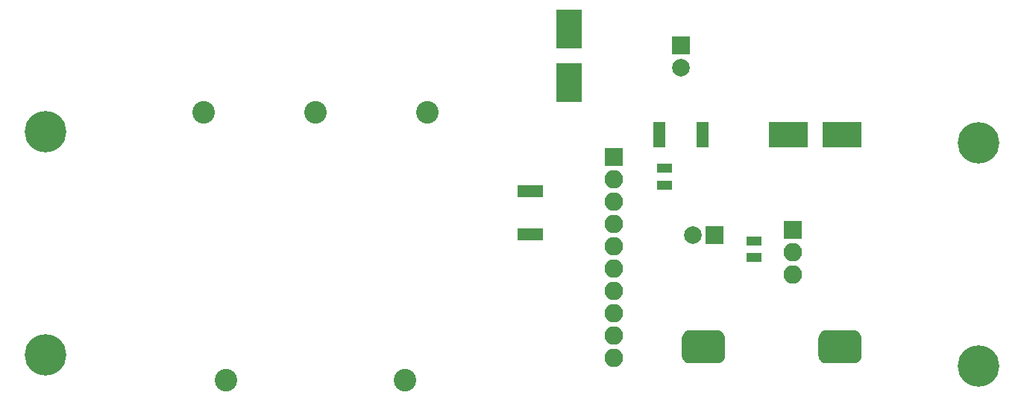
<source format=gbr>
%TF.GenerationSoftware,KiCad,Pcbnew,(5.0.0)*%
%TF.CreationDate,2019-02-20T22:56:50-06:00*%
%TF.ProjectId,HVSignalAmplifier,48565369676E616C416D706C69666965,rev?*%
%TF.SameCoordinates,Original*%
%TF.FileFunction,Soldermask,Top*%
%TF.FilePolarity,Negative*%
%FSLAX46Y46*%
G04 Gerber Fmt 4.6, Leading zero omitted, Abs format (unit mm)*
G04 Created by KiCad (PCBNEW (5.0.0)) date 02/20/19 22:56:50*
%MOMM*%
%LPD*%
G01*
G04 APERTURE LIST*
%ADD10C,2.559000*%
%ADD11C,4.718000*%
%ADD12R,4.400000X2.900000*%
%ADD13R,2.900000X4.400000*%
%ADD14R,2.000000X2.000000*%
%ADD15C,2.000000*%
%ADD16C,0.100000*%
%ADD17C,3.800000*%
%ADD18R,1.400000X2.900000*%
%ADD19R,2.900000X1.400000*%
%ADD20R,1.700000X1.100000*%
%ADD21R,2.100000X2.100000*%
%ADD22O,2.100000X2.100000*%
G04 APERTURE END LIST*
D10*
X133756400Y-119380000D03*
X113436400Y-119380000D03*
X136296400Y-88900000D03*
X110896400Y-88900000D03*
X123596400Y-88900000D03*
D11*
X92913200Y-116535200D03*
X92913200Y-91135200D03*
D12*
X183390000Y-91440000D03*
X177290000Y-91440000D03*
D13*
X152400000Y-85498400D03*
X152400000Y-79398400D03*
D14*
X168910000Y-102870000D03*
D15*
X166410000Y-102870000D03*
X165100000Y-83780000D03*
D14*
X165100000Y-81280000D03*
D11*
X198882000Y-92354400D03*
X198882000Y-117754400D03*
D16*
G36*
X169233116Y-113674575D02*
X169325336Y-113688254D01*
X169415770Y-113710907D01*
X169503549Y-113742314D01*
X169587827Y-113782175D01*
X169667792Y-113830104D01*
X169742674Y-113885640D01*
X169811751Y-113948249D01*
X169874360Y-114017326D01*
X169929896Y-114092208D01*
X169977825Y-114172173D01*
X170017686Y-114256451D01*
X170049093Y-114344230D01*
X170071746Y-114434664D01*
X170085425Y-114526884D01*
X170090000Y-114620000D01*
X170090000Y-116520000D01*
X170085425Y-116613116D01*
X170071746Y-116705336D01*
X170049093Y-116795770D01*
X170017686Y-116883549D01*
X169977825Y-116967827D01*
X169929896Y-117047792D01*
X169874360Y-117122674D01*
X169811751Y-117191751D01*
X169742674Y-117254360D01*
X169667792Y-117309896D01*
X169587827Y-117357825D01*
X169503549Y-117397686D01*
X169415770Y-117429093D01*
X169325336Y-117451746D01*
X169233116Y-117465425D01*
X169140000Y-117470000D01*
X166140000Y-117470000D01*
X166046884Y-117465425D01*
X165954664Y-117451746D01*
X165864230Y-117429093D01*
X165776451Y-117397686D01*
X165692173Y-117357825D01*
X165612208Y-117309896D01*
X165537326Y-117254360D01*
X165468249Y-117191751D01*
X165405640Y-117122674D01*
X165350104Y-117047792D01*
X165302175Y-116967827D01*
X165262314Y-116883549D01*
X165230907Y-116795770D01*
X165208254Y-116705336D01*
X165194575Y-116613116D01*
X165190000Y-116520000D01*
X165190000Y-114620000D01*
X165194575Y-114526884D01*
X165208254Y-114434664D01*
X165230907Y-114344230D01*
X165262314Y-114256451D01*
X165302175Y-114172173D01*
X165350104Y-114092208D01*
X165405640Y-114017326D01*
X165468249Y-113948249D01*
X165537326Y-113885640D01*
X165612208Y-113830104D01*
X165692173Y-113782175D01*
X165776451Y-113742314D01*
X165864230Y-113710907D01*
X165954664Y-113688254D01*
X166046884Y-113674575D01*
X166140000Y-113670000D01*
X169140000Y-113670000D01*
X169233116Y-113674575D01*
X169233116Y-113674575D01*
G37*
D17*
X167640000Y-115570000D03*
D16*
G36*
X184733116Y-113674575D02*
X184825336Y-113688254D01*
X184915770Y-113710907D01*
X185003549Y-113742314D01*
X185087827Y-113782175D01*
X185167792Y-113830104D01*
X185242674Y-113885640D01*
X185311751Y-113948249D01*
X185374360Y-114017326D01*
X185429896Y-114092208D01*
X185477825Y-114172173D01*
X185517686Y-114256451D01*
X185549093Y-114344230D01*
X185571746Y-114434664D01*
X185585425Y-114526884D01*
X185590000Y-114620000D01*
X185590000Y-116520000D01*
X185585425Y-116613116D01*
X185571746Y-116705336D01*
X185549093Y-116795770D01*
X185517686Y-116883549D01*
X185477825Y-116967827D01*
X185429896Y-117047792D01*
X185374360Y-117122674D01*
X185311751Y-117191751D01*
X185242674Y-117254360D01*
X185167792Y-117309896D01*
X185087827Y-117357825D01*
X185003549Y-117397686D01*
X184915770Y-117429093D01*
X184825336Y-117451746D01*
X184733116Y-117465425D01*
X184640000Y-117470000D01*
X181640000Y-117470000D01*
X181546884Y-117465425D01*
X181454664Y-117451746D01*
X181364230Y-117429093D01*
X181276451Y-117397686D01*
X181192173Y-117357825D01*
X181112208Y-117309896D01*
X181037326Y-117254360D01*
X180968249Y-117191751D01*
X180905640Y-117122674D01*
X180850104Y-117047792D01*
X180802175Y-116967827D01*
X180762314Y-116883549D01*
X180730907Y-116795770D01*
X180708254Y-116705336D01*
X180694575Y-116613116D01*
X180690000Y-116520000D01*
X180690000Y-114620000D01*
X180694575Y-114526884D01*
X180708254Y-114434664D01*
X180730907Y-114344230D01*
X180762314Y-114256451D01*
X180802175Y-114172173D01*
X180850104Y-114092208D01*
X180905640Y-114017326D01*
X180968249Y-113948249D01*
X181037326Y-113885640D01*
X181112208Y-113830104D01*
X181192173Y-113782175D01*
X181276451Y-113742314D01*
X181364230Y-113710907D01*
X181454664Y-113688254D01*
X181546884Y-113674575D01*
X181640000Y-113670000D01*
X184640000Y-113670000D01*
X184733116Y-113674575D01*
X184733116Y-113674575D01*
G37*
D17*
X183140000Y-115570000D03*
D18*
X167550000Y-91440000D03*
X162650000Y-91440000D03*
D19*
X147955000Y-102780000D03*
X147955000Y-97880000D03*
D20*
X173355000Y-103505000D03*
X173355000Y-105405000D03*
X163195000Y-95255000D03*
X163195000Y-97155000D03*
D21*
X157480000Y-93980000D03*
D22*
X157480000Y-96520000D03*
X157480000Y-99060000D03*
X157480000Y-101600000D03*
X157480000Y-104140000D03*
X157480000Y-106680000D03*
X157480000Y-109220000D03*
X157480000Y-111760000D03*
X157480000Y-114300000D03*
X157480000Y-116840000D03*
D21*
X177800000Y-102235000D03*
D22*
X177800000Y-104775000D03*
X177800000Y-107315000D03*
M02*

</source>
